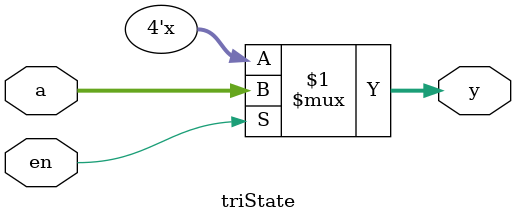
<source format=v>

module triState (
    input [3:0] a,
    input en,
    output [3:0] y
);
    // `4'bz` means 4-bit high impedance
    assign y = en ? a : 4'bz; // If enable is high, output a; else output high impedance (z)
    // Format style: <number_of_bits>'<base><value>
    // Base: b - binary, o - octal, d - decimal, h - hexadecimal(Uppercase or lowercase not matter)
    // Value: you can use `_` to separate the number for better readability
    // Example:
    //          4'b1010 -> 4-bit binary 1010(10 in decimal)
    //          8'hFF   -> 8-bit hexadecimal FF(255 in decimal)
    //          16'd255  -> 16-bit decimal 255
    //          4'o17    -> 4-bit octal 17(15 in decimal)
    //          8'b1010_1101 -> 8-bit binary 10101101(173 in decimal)
    // Note:
    // Default base is decimal if not specified
    // If you not specify the number of bits, 
    // it will be the minimum number of bits to represent the value(compiler will auto calculate)
    // Example: 'b1010 -> 4-bit binary 1010 (10 in decimal, minimum 4 bits to represent 10)
endmodule
</source>
